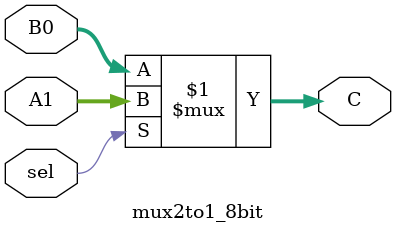
<source format=v>
module mux2to1_8bit(
	input [7:0]A1, B0,
	input sel,
	output [7:0] C
	);
	assign C = sel ? A1 : B0;
endmodule

</source>
